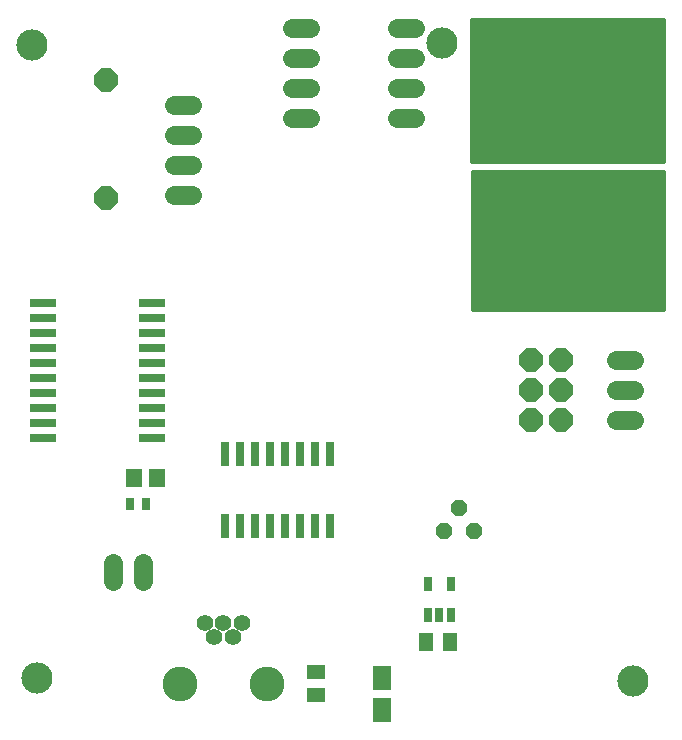
<source format=gbs>
G75*
%MOIN*%
%OFA0B0*%
%FSLAX24Y24*%
%IPPOS*%
%LPD*%
%AMOC8*
5,1,8,0,0,1.08239X$1,22.5*
%
%ADD10C,0.1040*%
%ADD11C,0.0100*%
%ADD12R,0.0906X0.0276*%
%ADD13OC8,0.0800*%
%ADD14OC8,0.0780*%
%ADD15OC8,0.0560*%
%ADD16C,0.0640*%
%ADD17C,0.3583*%
%ADD18C,0.0555*%
%ADD19C,0.1162*%
%ADD20R,0.0316X0.0394*%
%ADD21R,0.0552X0.0631*%
%ADD22R,0.0300X0.0840*%
%ADD23R,0.0257X0.0512*%
%ADD24R,0.0631X0.0808*%
%ADD25R,0.0473X0.0591*%
%ADD26R,0.0591X0.0473*%
D10*
X006833Y007250D03*
X026683Y007150D03*
X006647Y028350D03*
X020312Y028417D03*
D11*
X021283Y028451D02*
X027733Y028451D01*
X027733Y028549D02*
X021283Y028549D01*
X021283Y028648D02*
X027733Y028648D01*
X027733Y028746D02*
X021283Y028746D01*
X021283Y028845D02*
X027733Y028845D01*
X027733Y028943D02*
X021283Y028943D01*
X021283Y029042D02*
X027733Y029042D01*
X027733Y029140D02*
X021283Y029140D01*
X021283Y029200D02*
X027733Y029200D01*
X027733Y024450D01*
X021283Y024450D01*
X021283Y029200D01*
X021283Y028352D02*
X027733Y028352D01*
X027733Y028254D02*
X021283Y028254D01*
X021283Y028155D02*
X027733Y028155D01*
X027733Y028057D02*
X021283Y028057D01*
X021283Y027958D02*
X027733Y027958D01*
X027733Y027860D02*
X021283Y027860D01*
X021283Y027761D02*
X027733Y027761D01*
X027733Y027663D02*
X021283Y027663D01*
X021283Y027564D02*
X027733Y027564D01*
X027733Y027466D02*
X021283Y027466D01*
X021283Y027367D02*
X027733Y027367D01*
X027733Y027269D02*
X021283Y027269D01*
X021283Y027170D02*
X027733Y027170D01*
X027733Y027072D02*
X021283Y027072D01*
X021283Y026973D02*
X027733Y026973D01*
X027733Y026875D02*
X021283Y026875D01*
X021283Y026776D02*
X027733Y026776D01*
X027733Y026678D02*
X021283Y026678D01*
X021283Y026579D02*
X027733Y026579D01*
X027733Y026481D02*
X021283Y026481D01*
X021283Y026382D02*
X027733Y026382D01*
X027733Y026284D02*
X021283Y026284D01*
X021283Y026185D02*
X027733Y026185D01*
X027733Y026087D02*
X021283Y026087D01*
X021283Y025988D02*
X027733Y025988D01*
X027733Y025890D02*
X021283Y025890D01*
X021283Y025791D02*
X027733Y025791D01*
X027733Y025693D02*
X021283Y025693D01*
X021283Y025594D02*
X027733Y025594D01*
X027733Y025496D02*
X021283Y025496D01*
X021283Y025397D02*
X027733Y025397D01*
X027733Y025299D02*
X021283Y025299D01*
X021283Y025200D02*
X027733Y025200D01*
X027733Y025102D02*
X021283Y025102D01*
X021283Y025003D02*
X027733Y025003D01*
X027733Y024905D02*
X021283Y024905D01*
X021283Y024806D02*
X027733Y024806D01*
X027733Y024708D02*
X021283Y024708D01*
X021283Y024609D02*
X027733Y024609D01*
X027733Y024511D02*
X021283Y024511D01*
X021333Y024150D02*
X021333Y019500D01*
X027733Y019500D01*
X027733Y024150D01*
X021333Y024150D01*
X021333Y024117D02*
X027733Y024117D01*
X027733Y024018D02*
X021333Y024018D01*
X021333Y023920D02*
X027733Y023920D01*
X027733Y023821D02*
X021333Y023821D01*
X021333Y023723D02*
X027733Y023723D01*
X027733Y023624D02*
X021333Y023624D01*
X021333Y023526D02*
X027733Y023526D01*
X027733Y023427D02*
X021333Y023427D01*
X021333Y023329D02*
X027733Y023329D01*
X027733Y023230D02*
X021333Y023230D01*
X021333Y023132D02*
X027733Y023132D01*
X027733Y023033D02*
X021333Y023033D01*
X021333Y022935D02*
X027733Y022935D01*
X027733Y022836D02*
X021333Y022836D01*
X021333Y022738D02*
X027733Y022738D01*
X027733Y022639D02*
X021333Y022639D01*
X021333Y022541D02*
X027733Y022541D01*
X027733Y022442D02*
X021333Y022442D01*
X021333Y022344D02*
X027733Y022344D01*
X027733Y022245D02*
X021333Y022245D01*
X021333Y022147D02*
X027733Y022147D01*
X027733Y022048D02*
X021333Y022048D01*
X021333Y021950D02*
X027733Y021950D01*
X027733Y021851D02*
X021333Y021851D01*
X021333Y021753D02*
X027733Y021753D01*
X027733Y021654D02*
X021333Y021654D01*
X021333Y021556D02*
X027733Y021556D01*
X027733Y021457D02*
X021333Y021457D01*
X021333Y021359D02*
X027733Y021359D01*
X027733Y021260D02*
X021333Y021260D01*
X021333Y021162D02*
X027733Y021162D01*
X027733Y021063D02*
X021333Y021063D01*
X021333Y020965D02*
X027733Y020965D01*
X027733Y020866D02*
X021333Y020866D01*
X021333Y020768D02*
X027733Y020768D01*
X027733Y020669D02*
X021333Y020669D01*
X021333Y020571D02*
X027733Y020571D01*
X027733Y020472D02*
X021333Y020472D01*
X021333Y020374D02*
X027733Y020374D01*
X027733Y020275D02*
X021333Y020275D01*
X021333Y020177D02*
X027733Y020177D01*
X027733Y020078D02*
X021333Y020078D01*
X021333Y019980D02*
X027733Y019980D01*
X027733Y019881D02*
X021333Y019881D01*
X021333Y019783D02*
X027733Y019783D01*
X027733Y019684D02*
X021333Y019684D01*
X021333Y019586D02*
X027733Y019586D01*
D12*
X010644Y019750D03*
X010644Y019250D03*
X010644Y018750D03*
X010644Y018250D03*
X010644Y017750D03*
X010644Y017250D03*
X010644Y016750D03*
X010644Y016250D03*
X010644Y015750D03*
X010644Y015250D03*
X007022Y015250D03*
X007022Y015750D03*
X007022Y016250D03*
X007022Y016750D03*
X007022Y017250D03*
X007022Y017750D03*
X007022Y018250D03*
X007022Y018750D03*
X007022Y019250D03*
X007022Y019750D03*
D13*
X009133Y023223D03*
X009133Y027160D03*
D14*
X023283Y017850D03*
X024283Y017850D03*
X024283Y016850D03*
X023283Y016850D03*
X023283Y015850D03*
X024283Y015850D03*
D15*
X020883Y012900D03*
X020383Y012150D03*
X021383Y012150D03*
D16*
X026133Y015850D02*
X026733Y015850D01*
X026733Y016850D02*
X026133Y016850D01*
X026133Y017850D02*
X026733Y017850D01*
X019433Y025900D02*
X018833Y025900D01*
X018833Y026900D02*
X019433Y026900D01*
X019433Y027900D02*
X018833Y027900D01*
X018833Y028900D02*
X019433Y028900D01*
X015933Y028900D02*
X015333Y028900D01*
X015333Y027900D02*
X015933Y027900D01*
X015933Y026900D02*
X015333Y026900D01*
X015333Y025900D02*
X015933Y025900D01*
X011983Y026350D02*
X011383Y026350D01*
X011383Y025350D02*
X011983Y025350D01*
X011983Y024350D02*
X011383Y024350D01*
X011383Y023350D02*
X011983Y023350D01*
X010367Y011071D02*
X010367Y010471D01*
X009367Y010471D02*
X009367Y011071D01*
D17*
X024231Y021354D03*
X024231Y027260D03*
D18*
X013663Y009058D03*
X013348Y008585D03*
X013033Y009058D03*
X012718Y008585D03*
X012403Y009058D03*
D19*
X011596Y007050D03*
X014470Y007050D03*
D20*
X010439Y013050D03*
X009927Y013050D03*
D21*
X010059Y013900D03*
X010807Y013900D03*
D22*
X013083Y014710D03*
X013583Y014710D03*
X014083Y014710D03*
X014583Y014710D03*
X015083Y014710D03*
X015583Y014710D03*
X016083Y014710D03*
X016583Y014710D03*
X016583Y012290D03*
X016083Y012290D03*
X015583Y012290D03*
X015083Y012290D03*
X014583Y012290D03*
X014083Y012290D03*
X013583Y012290D03*
X013083Y012290D03*
D23*
X019859Y010362D03*
X020607Y010362D03*
X020607Y009338D03*
X020233Y009338D03*
X019859Y009338D03*
D24*
X018333Y007241D03*
X018333Y006159D03*
D25*
X019790Y008450D03*
X020577Y008450D03*
D26*
X016133Y007444D03*
X016133Y006656D03*
M02*

</source>
